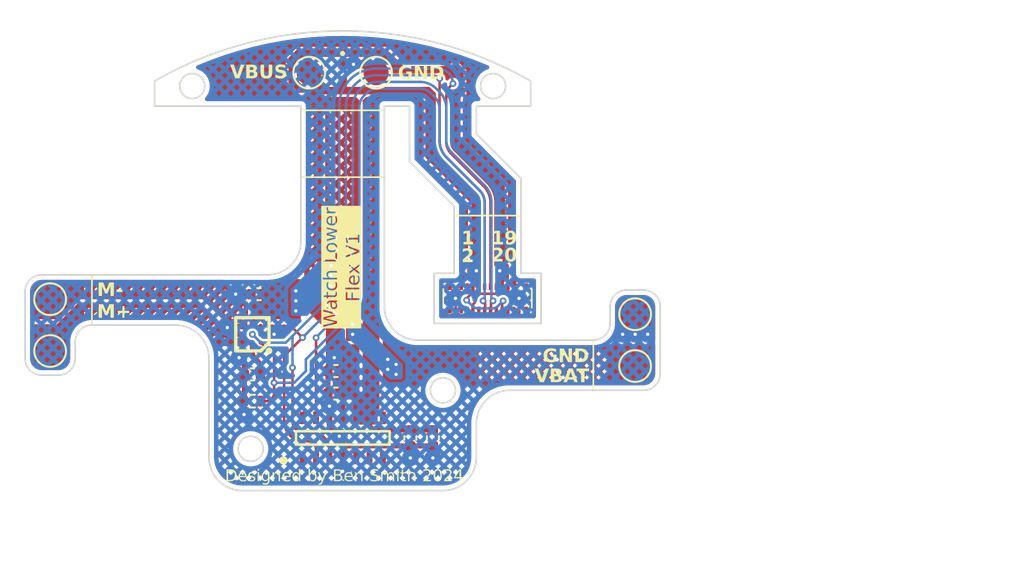
<source format=kicad_pcb>
(kicad_pcb (version 20221018) (generator pcbnew)
  (layers (0 "F.Cu" signal) (31 "B.Cu" power) (34 "B.Paste" user) (35 "F.Paste" user) (36 "B.SilkS" user "B.Silkscreen") (37 "F.SilkS" user "F.Silkscreen") (38 "B.Mask" user) (39 "F.Mask" user) (44 "Edge.Cuts" user))
  (net 0 "")
  (net 1 "+3V3")
  (net 2 "GND")
  (net 3 "+1V8")
  (net 4 "/REG")
  (net 5 "+VBAT")
  (net 6 "VBUS")
  (net 7 "/SCL")
  (net 8 "/LRA_EN")
  (net 9 "/SDA")
  (net 10 "/HR_INT")
  (net 15 "/M+")
  (net 16 "/M-")
  (footprint "TestPoint:TestPoint_Pad_D1.5mm" (layer "F.Cu") (at 107.5 54.35)
    (fp_text reference "TP4" hide)
    (fp_text value "1.5mm" hide)
    (pad "1" smd circle locked (at 0 0) (size 1.5 1.5) (layers "F.Cu" "F.Mask") (net 2 "GND"))
  )
  (footprint "TestPoint:TestPoint_Pad_D1.5mm" (layer "F.Cu") (at 88 71)
    (fp_text reference "TP5" hide)
    (fp_text value "1.5mm" hide)
    (pad "1" smd circle locked (at 0 0) (size 1.5 1.5) (layers "F.Cu" "F.Mask") (net 15 "/M+"))
  )
  (footprint "watch_footprints:TPD1E10B06DPYR" (layer "F.Cu") (at 105.5 54.35 -90)
    (fp_text reference "D1" hide)
    (fp_text value "TPD1E10B06DPYR" hide)
    (pad "1" smd rect locked (at -0.5 0) (size 0.5 0.6) (layers "F.Cu" "F.Paste" "F.Mask") (net 2 "GND"))
    (pad "2" smd rect locked (at 0.5 0) (size 0.5 0.6) (layers "F.Cu" "F.Paste" "F.Mask") (net 6 "VBUS"))
  )
  (footprint "TestPoint:TestPoint_Pad_D1.5mm" (layer "F.Cu") (at 123 68.8)
    (fp_text reference "TP2" hide)
    (fp_text value "1.5mm" hide)
    (pad "1" smd circle locked (at 0 0) (size 1.5 1.5) (layers "F.Cu" "F.Mask") (net 2 "GND"))
  )
  (footprint "Capacitor_SMD:C_0402_1005Metric" (layer "F.Cu") (at 100.1 72.4 180)
    (fp_text reference "C5" hide)
    (fp_text value "1u" hide)
    (pad "1" smd roundrect locked (at -0.48 0 180) (size 0.56 0.62) (layers "F.Cu" "F.Paste" "F.Mask") (net 4 "/REG"))
    (pad "2" smd roundrect locked (at 0.48 0 180) (size 0.56 0.62) (layers "F.Cu" "F.Paste" "F.Mask") (net 2 "GND"))
  )
  (footprint "watch_footprints:BGA9C50P3X3_144X144X62" (layer "F.Cu") (at 100.1 70 180)
    (fp_text reference "U2" hide)
    (fp_text value "DRV2605LYZFR" hide)
    (pad "A1" smd circle locked (at -0.5 -0.5 270) (size 0.25 0.25) (layers "F.Cu" "F.Paste" "F.Mask") (net 8 "/LRA_EN"))
    (pad "A2" smd circle locked (at 0 -0.5 270) (size 0.25 0.25) (layers "F.Cu" "F.Paste" "F.Mask") (net 4 "/REG"))
    (pad "A3" smd circle locked (at 0.5 -0.5 270) (size 0.25 0.25) (layers "F.Cu" "F.Paste" "F.Mask") (net 15 "/M+"))
    (pad "B1" smd circle locked (at -0.5 0 270) (size 0.25 0.25) (layers "F.Cu" "F.Paste" "F.Mask") (net 2 "GND"))
    (pad "B2" smd circle locked (at 0 0 270) (size 0.25 0.25) (layers "F.Cu" "F.Paste" "F.Mask") (net 9 "/SDA"))
    (pad "B3" smd circle locked (at 0.5 0 270) (size 0.25 0.25) (layers "F.Cu" "F.Paste" "F.Mask") (net 2 "GND"))
    (pad "C1" smd circle locked (at -0.5 0.5 270) (size 0.25 0.25) (layers "F.Cu" "F.Paste" "F.Mask") (net 7 "/SCL"))
    (pad "C2" smd circle locked (at 0 0.5 270) (size 0.25 0.25) (layers "F.Cu" "F.Paste" "F.Mask") (net 5 "+VBAT"))
    (pad "C3" smd circle locked (at 0.5 0.5 270) (size 0.25 0.25) (layers "F.Cu" "F.Paste" "F.Mask") (net 16 "/M-"))
  )
  (footprint "Capacitor_SMD:C_0402_1005Metric" (layer "F.Cu") (at 109.55 76.2 -90)
    (fp_text reference "C2" hide)
    (fp_text value "100n" hide)
    (pad "1" smd roundrect locked (at -0.48 0 270) (size 0.56 0.62) (layers "F.Cu" "F.Paste" "F.Mask") (net 1 "+3V3"))
    (pad "2" smd roundrect locked (at 0.48 0 270) (size 0.56 0.62) (layers "F.Cu" "F.Paste" "F.Mask") (net 2 "GND"))
  )
  (footprint "Capacitor_SMD:C_0402_1005Metric" (layer "F.Cu") (at 105.1 72.2 180)
    (fp_text reference "C3" hide)
    (fp_text value "4u7" hide)
    (pad "1" smd roundrect locked (at -0.48 0 180) (size 0.56 0.62) (layers "F.Cu" "F.Paste" "F.Mask") (net 3 "+1V8"))
    (pad "2" smd roundrect locked (at 0.48 0 180) (size 0.56 0.62) (layers "F.Cu" "F.Paste" "F.Mask") (net 2 "GND"))
  )
  (footprint "Resistor_SMD:R_0402_1005Metric" (layer "F.Cu") (at 100.1 74 180)
    (fp_text reference "R1" hide)
    (fp_text value "10k" hide)
    (pad "1" smd roundrect locked (at -0.51 0 180) (size 0.54 0.64) (layers "F.Cu" "F.Paste" "F.Mask") (net 8 "/LRA_EN"))
    (pad "2" smd roundrect locked (at 0.51 0 180) (size 0.54 0.64) (layers "F.Cu" "F.Paste" "F.Mask") (net 2 "GND"))
  )
  (footprint "watch_footprints:AXG220144" (layer "F.Cu") (at 114.17 67.85)
    (fp_text reference "J1" hide)
    (fp_text value "AXG220144" hide)
    (pad "1" smd rect locked (at -1.575 -0.7) (size 0.2 0.4) (layers "F.Cu" "F.Paste" "F.Mask") (net 1 "+3V3"))
    (pad "2" smd rect locked (at -1.575 0.7) (size 0.2 0.4) (layers "F.Cu" "F.Paste" "F.Mask"))
    (pad "3" smd rect locked (at -1.225 -0.7) (size 0.2 0.4) (layers "F.Cu" "F.Paste" "F.Mask") (net 2 "GND"))
    (pad "4" smd rect locked (at -1.225 0.7) (size 0.2 0.4) (layers "F.Cu" "F.Paste" "F.Mask") (net 2 "GND"))
    (pad "5" smd rect locked (at -0.875 -0.7) (size 0.2 0.4) (layers "F.Cu" "F.Paste" "F.Mask") (net 6 "VBUS"))
    (pad "6" smd rect locked (at -0.875 0.7) (size 0.2 0.4) (layers "F.Cu" "F.Paste" "F.Mask") (net 5 "+VBAT"))
    (pad "7" smd rect locked (at -0.525 -0.7) (size 0.2 0.4) (layers "F.Cu" "F.Paste" "F.Mask") (net 2 "GND"))
    (pad "8" smd rect locked (at -0.525 0.7) (size 0.2 0.4) (layers "F.Cu" "F.Paste" "F.Mask") (net 2 "GND"))
    (pad "9" smd rect locked (at -0.175 -0.7) (size 0.2 0.4) (layers "F.Cu" "F.Paste" "F.Mask") (net 7 "/SCL"))
    (pad "10" smd rect locked (at -0.175 0.7) (size 0.2 0.4) (layers "F.Cu" "F.Paste" "F.Mask") (net 8 "/LRA_EN"))
    (pad "11" smd rect locked (at 0.175 -0.7) (size 0.2 0.4) (layers "F.Cu" "F.Paste" "F.Mask") (net 9 "/SDA"))
    (pad "12" smd rect locked (at 0.175 0.7) (size 0.2 0.4) (layers "F.Cu" "F.Paste" "F.Mask") (net 10 "/HR_INT"))
    (pad "13" smd rect locked (at 0.525 -0.7) (size 0.2 0.4) (layers "F.Cu" "F.Paste" "F.Mask") (net 2 "GND"))
    (pad "14" smd rect locked (at 0.525 0.7) (size 0.2 0.4) (layers "F.Cu" "F.Paste" "F.Mask") (net 2 "GND"))
    (pad "15" smd rect locked (at 0.875 -0.7) (size 0.2 0.4) (layers "F.Cu" "F.Paste" "F.Mask") (net 5 "+VBAT"))
    (pad "16" smd rect locked (at 0.875 0.7) (size 0.2 0.4) (layers "F.Cu" "F.Paste" "F.Mask") (net 6 "VBUS"))
    (pad "17" smd rect locked (at 1.225 -0.7) (size 0.2 0.4) (layers "F.Cu" "F.Paste" "F.Mask") (net 2 "GND"))
    (pad "18" smd rect locked (at 1.225 0.7) (size 0.2 0.4) (layers "F.Cu" "F.Paste" "F.Mask") (net 2 "GND"))
    (pad "19" smd rect locked (at 1.575 -0.7) (size 0.2 0.4) (layers "F.Cu" "F.Paste" "F.Mask") (net 3 "+1V8"))
    (pad "20" smd rect locked (at 1.575 0.7) (size 0.2 0.4) (layers "F.Cu" "F.Paste" "F.Mask"))
    (pad "MP1" smd rect locked (at -2.275 -0.7) (size 0.28 0.4) (layers "F.Cu" "F.Paste" "F.Mask"))
    (pad "MP2" smd rect locked (at -2.275 0.7) (size 0.28 0.4) (layers "F.Cu" "F.Paste" "F.Mask"))
    (pad "MP3" smd rect locked (at 2.275 0.7) (size 0.28 0.4) (layers "F.Cu" "F.Paste" "F.Mask"))
    (pad "MP4" smd rect locked (at 2.275 -0.7) (size 0.28 0.4) (layers "F.Cu" "F.Paste" "F.Mask"))
  )
  (footprint "watch_footprints:Watch Lower Outline V1" (layer "F.Cu") (at 105.5 67.35)
    (fp_text reference "U101" hide)
    (fp_text value "Watch_Lower_Outline_V1")
    (fp_line (start -18.999994 0.093756) (end -18.999994 4.093756) (stroke (width 0.1)) (layer "Edge.Cuts"))
    (fp_line (start -17.999994 5.093756) (end -16.999994 5.093756) (stroke (width 0.1)) (layer "Edge.Cuts"))
    (fp_line (start -16 3.09375) (end -16 4.09375) (stroke (width 0.1)) (layer "Edge.Cuts"))
    (fp_line (start -15 -0.90625) (end -17.999994 -0.906244) (stroke (width 0.1)) (layer "Edge.Cuts"))
    (fp_line (start -15 2.09375) (end -10 2.09375) (stroke (width 0.1)) (layer "Edge.Cuts"))
    (fp_line (start -11.25 -12.5) (end -11.25 -11) (stroke (width 0.1)) (layer "Edge.Cuts"))
    (fp_line (start -11.25 -11) (end -2.5 -11) (stroke (width 0.1)) (layer "Edge.Cuts"))
    (fp_line (start -8 4.09375) (end -8 10) (stroke (width 0.1)) (layer "Edge.Cuts"))
    (fp_line (start -6 12) (end 6 12) (stroke (width 0.1)) (layer "Edge.Cuts"))
    (fp_line (start -4.5 -0.90625) (end -15 -0.90625) (stroke (width 0.1)) (layer "Edge.Cuts"))
    (fp_line (start -2.5 -11) (end -2.5 -7) (stroke (width 0.1)) (layer "Edge.Cuts"))
    (fp_line (start -2.5 -7) (end -2.5 -2.90625) (stroke (width 0.1)) (layer "Edge.Cuts"))
    (fp_line (start 2.5 -7) (end 2.5 -11) (stroke (width 0.1)) (layer "Edge.Cuts"))
    (fp_line (start 2.5 1) (end 2.5 -7) (stroke (width 0.1)) (layer "Edge.Cuts"))
    (fp_line (start 4 -11) (end 2.5 -11) (stroke (width 0.1)) (layer "Edge.Cuts"))
    (fp_line (start 4 -11) (end 4 -9.343146) (stroke (width 0.1)) (layer "Edge.Cuts"))
    (fp_line (start 4 -9.343146) (end 4 -7.686291) (stroke (width 0.1)) (layer "Edge.Cuts"))
    (fp_line (start 4 -7.686291) (end 6.67 -5.016291) (stroke (width 0.1)) (layer "Edge.Cuts"))
    (fp_line (start 5.47 -1) (end 5.47 2) (stroke (width 0.1)) (layer "Edge.Cuts"))
    (fp_line (start 5.47 2) (end 11.87 2) (stroke (width 0.1)) (layer "Edge.Cuts"))
    (fp_line (start 6.67 -5.016291) (end 6.67 -2) (stroke (width 0.1)) (layer "Edge.Cuts"))
    (fp_line (start 6.67 -2) (end 6.67 -1) (stroke (width 0.1)) (layer "Edge.Cuts"))
    (fp_line (start 6.67 -1) (end 5.47 -1) (stroke (width 0.1)) (layer "Edge.Cuts"))
    (fp_line (start 8 -11) (end 11.25 -11) (stroke (width 0.1)) (layer "Edge.Cuts"))
    (fp_line (start 8 -9.343146) (end 8 -11) (stroke (width 0.1)) (layer "Edge.Cuts"))
    (fp_line (start 8 10) (end 8 8) (stroke (width 0.1)) (layer "Edge.Cuts"))
    (fp_line (start 10 6) (end 15 6) (stroke (width 0.1)) (layer "Edge.Cuts"))
    (fp_line (start 10.67 -6.673146) (end 8 -9.343146) (stroke (width 0.1)) (layer "Edge.Cuts"))
    (fp_line (start 10.67 -5.016291) (end 10.67 -6.673146) (stroke (width 0.1)) (layer "Edge.Cuts"))
    (fp_line (start 10.67 -2) (end 10.67 -5.016291) (stroke (width 0.1)) (layer "Edge.Cuts"))
    (fp_line (start 10.67 -1) (end 10.67 -2) (stroke (width 0.1)) (layer "Edge.Cuts"))
    (fp_line (start 11.25 -11) (end 11.25 -12.5) (stroke (width 0.1)) (layer "Edge.Cuts"))
    (fp_line (start 11.87 -1) (end 10.67 -1) (stroke (width 0.1)) (layer "Edge.Cuts"))
    (fp_line (start 11.87 2) (end 11.87 -1) (stroke (width 0.1)) (layer "Edge.Cuts"))
    (fp_line (start 15 3) (end 4.5 3) (stroke (width 0.1)) (layer "Edge.Cuts"))
    (fp_line (start 15 6) (end 18 6) (stroke (width 0.1)) (layer "Edge.Cuts"))
    (fp_line (start 16 2) (end 16 1) (stroke (width 0.1)) (layer "Edge.Cuts"))
    (fp_line (start 18 0) (end 17 0) (stroke (width 0.1)) (layer "Edge.Cuts"))
    (fp_line (start 19 1) (end 19 5) (stroke (width 0.1)) (layer "Edge.Cuts"))
    (fp_arc (start -18.999994 0.093756) (mid -18.707103 -0.613353) (end -17.999994 -0.906244) (stroke (width 0.1)) (layer "Edge.Cuts"))
    (fp_arc (start -17.999994 5.093756) (mid -18.707079 4.800841) (end -18.999994 4.093756) (stroke (width 0.1)) (layer "Edge.Cuts"))
    (fp_arc (start -16 3.09375) (mid -15.707109 2.386641) (end -15 2.09375) (stroke (width 0.1)) (layer "Edge.Cuts"))
    (fp_arc (start -15.999994 4.093756) (mid -16.292909 4.800841) (end -16.999994 5.093756) (stroke (width 0.1)) (layer "Edge.Cuts"))
    (fp_arc (start -11.25 -12.5) (mid 0 -15.5) (end 11.25 -12.5) (stroke (width 0.1)) (layer "Edge.Cuts"))
    (fp_arc (start -9.999953 2.093723) (mid -8.585737 2.679507) (end -7.999953 4.093723) (stroke (width 0.1)) (layer "Edge.Cuts"))
    (fp_arc (start -6 12) (mid -7.414204 11.414204) (end -8 10) (stroke (width 0.1)) (layer "Edge.Cuts"))
    (fp_arc (start -2.499973 -2.906203) (mid -3.08578 -1.49201) (end -4.499973 -0.906203) (stroke (width 0.1)) (layer "Edge.Cuts"))
    (fp_arc (start 4.499997 2.999923) (mid 3.085811 2.414109) (end 2.499997 0.999923) (stroke (width 0.1)) (layer "Edge.Cuts"))
    (fp_arc (start 8 10) (mid 7.414187 11.414187) (end 6 12) (stroke (width 0.1)) (layer "Edge.Cuts"))
    (fp_arc (start 8.000077 7.999997) (mid 8.585853 6.585773) (end 10.000077 5.999997) (stroke (width 0.1)) (layer "Edge.Cuts"))
    (fp_arc (start 16 1) (mid 16.292893 0.292893) (end 17 0) (stroke (width 0.1)) (layer "Edge.Cuts"))
    (fp_arc (start 16 2) (mid 15.707107 2.707107) (end 15 3) (stroke (width 0.1)) (layer "Edge.Cuts"))
    (fp_arc (start 18 0) (mid 18.707107 0.292893) (end 19 1) (stroke (width 0.1)) (layer "Edge.Cuts"))
    (fp_arc (start 19 5) (mid 18.707077 5.707077) (end 18 6) (stroke (width 0.1)) (layer "Edge.Cuts"))
    (fp_circle (center -9 -12.2) (end -8.25 -12.2) (stroke (width 0.1)) (fill none) (layer "Edge.Cuts"))
    (fp_circle (center 9 -12.2) (end 9.75 -12.2) (stroke (width 0.1)) (fill none) (layer "Edge.Cuts"))
  )
  (footprint "TestPoint:TestPoint_Pad_D1.5mm" (layer "F.Cu") (at 123 71.9)
    (fp_text reference "TP1" hide)
    (fp_text value "1.5mm" hide)
    (pad "1" smd circle locked (at 0 0) (size 1.5 1.5) (layers "F.Cu" "F.Mask") (net 5 "+VBAT"))
  )
  (footprint "Capacitor_SMD:C_0402_1005Metric" (layer "F.Cu") (at 100.5 67.6 180)
    (fp_text reference "C6" hide)
    (fp_text value "1u" hide)
    (pad "1" smd roundrect locked (at -0.48 0 180) (size 0.56 0.62) (layers "F.Cu" "F.Paste" "F.Mask") (net 5 "+VBAT"))
    (pad "2" smd roundrect locked (at 0.48 0 180) (size 0.56 0.62) (layers "F.Cu" "F.Paste" "F.Mask") (net 2 "GND"))
  )
  (footprint "watch_footprints:MAX30102EFD+T" (layer "F.Cu") (at 105.51 76.2 90)
    (fp_text reference "U1" hide)
    (fp_text value "Val**" hide)
    (pad "1" smd rect locked (at -1.2 -2.4 90) (size 0.75 0.35) (layers "F.Cu" "F.Paste" "F.Mask"))
    (pad "2" smd rect locked (at -1.2 -1.6 90) (size 0.75 0.35) (layers "F.Cu" "F.Paste" "F.Mask") (net 7 "/SCL"))
    (pad "3" smd rect locked (at -1.2 -0.8 90) (size 0.75 0.35) (layers "F.Cu" "F.Paste" "F.Mask") (net 9 "/SDA"))
    (pad "4" smd rect locked (at -1.2 0 90) (size 0.75 0.35) (layers "F.Cu" "F.Paste" "F.Mask") (net 2 "GND"))
    (pad "5" smd rect locked (at -1.2 0.8 90) (size 0.75 0.35) (layers "F.Cu" "F.Paste" "F.Mask"))
    (pad "6" smd rect locked (at -1.2 1.6 90) (size 0.75 0.35) (layers "F.Cu" "F.Paste" "F.Mask"))
    (pad "7" smd rect locked (at -1.2 2.4 90) (size 0.75 0.35) (layers "F.Cu" "F.Paste" "F.Mask"))
    (pad "8" smd rect locked (at 1.2 2.4 90) (size 0.75 0.35) (layers "F.Cu" "F.Paste" "F.Mask"))
    (pad "9" smd rect locked (at 1.2 1.6 90) (size 0.75 0.35) (layers "F.Cu" "F.Paste" "F.Mask") (net 1 "+3V3"))
    (pad "10" smd rect locked (at 1.2 0.8 90) (size 0.75 0.35) (layers "F.Cu" "F.Paste" "F.Mask") (net 1 "+3V3"))
    (pad "11" smd rect locked (at 1.2 0 90) (size 0.75 0.35) (layers "F.Cu" "F.Paste" "F.Mask") (net 3 "+1V8"))
    (pad "12" smd rect locked (at 1.2 -0.8 90) (size 0.75 0.35) (layers "F.Cu" "F.Paste" "F.Mask") (net 2 "GND"))
    (pad "13" smd rect locked (at 1.2 -1.6 90) (size 0.75 0.35) (layers "F.Cu" "F.Paste" "F.Mask") (net 10 "/HR_INT"))
    (pad "14" smd rect locked (at 1.2 -2.4 90) (size 0.75 0.35) (layers "F.Cu" "F.Paste" "F.Mask"))
  )
  (footprint "TestPoint:TestPoint_Pad_D1.5mm" (layer "F.Cu") (at 103.5 54.35)
    (fp_text reference "TP3" hide)
    (fp_text value "1.5mm" hide)
    (pad "1" smd circle locked (at 0 0) (size 1.5 1.5) (layers "F.Cu" "F.Mask") (net 6 "VBUS"))
  )
  (footprint "Capacitor_SMD:C_0402_1005Metric" (layer "F.Cu") (at 110.9 76.2 -90)
    (fp_text reference "C1" hide)
    (fp_text value "10u" hide)
    (pad "1" smd roundrect locked (at -0.48 0 270) (size 0.56 0.62) (layers "F.Cu" "F.Paste" "F.Mask") (net 1 "+3V3"))
    (pad "2" smd roundrect locked (at 0.48 0 270) (size 0.56 0.62) (layers "F.Cu" "F.Paste" "F.Mask") (net 2 "GND"))
  )
  (footprint "Capacitor_SMD:C_0402_1005Metric" (layer "F.Cu") (at 105.1 73.55 180)
    (fp_text reference "C4" hide)
    (fp_text value "100n" hide)
    (pad "1" smd roundrect locked (at -0.48 0 180) (size 0.56 0.62) (layers "F.Cu" "F.Paste" "F.Mask") (net 3 "+1V8"))
    (pad "2" smd roundrect locked (at 0.48 0 180) (size 0.56 0.62) (layers "F.Cu" "F.Paste" "F.Mask") (net 2 "GND"))
  )
  (footprint "TestPoint:TestPoint_Pad_D1.5mm" (layer "F.Cu") (at 88 67.9)
    (fp_text reference "TP6" hide)
    (fp_text value "1.5mm" hide)
    (pad "1" smd circle locked (at 0 0) (size 1.5 1.5) (layers "F.Cu" "F.Mask") (net 16 "/M-"))
  )
  (gr_line locked (start 112.2 62.9) (end 116.1 62.9) (stroke (width 0.1)) (layer "F.SilkS"))
  (gr_line locked (start 120.5 73.35) (end 120.5 70.35) (stroke (width 0.1)) (layer "F.SilkS"))
  (gr_line locked (start 90.5 69.45) (end 90.5 66.45) (stroke (width 0.1)) (layer "F.SilkS"))
  (gr_line locked (start 103 56.6) (end 108 56.6) (stroke (width 0.1)) (layer "F.SilkS"))
  (gr_line locked (start 103 60.6) (end 108 60.6) (stroke (width 0.1)) (layer "F.SilkS"))
  (gr_circle locked (center 100 76.85) (end 100.75 76.85) (stroke (width 0.1)) (fill none) (layer "Edge.Cuts"))
  (gr_circle locked (center 111.5 73.35) (end 112.25 73.35) (stroke (width 0.1)) (fill none) (layer "Edge.Cuts"))
  (gr_text locked "19" (at 115.17 64.29) (layer "F.SilkS") (effects (font (size 0.8 0.8) (thickness 0.2) bold)))
  (gr_text locked "GND" (at 120.25 71.8) (layer "F.SilkS") (effects (font (size 0.8 0.8) (thickness 0.2) bold) (justify right bottom)))
  (gr_text locked "1" (at 112.99 64.29) (layer "F.SilkS") (effects (font (size 0.8 0.8) (thickness 0.2) bold)))
  (gr_text locked "2" (at 112.99 65.35) (layer "F.SilkS") (effects (font (size 0.8 0.8) (thickness 0.2) bold)))
  (gr_text locked "M+" (at 90.8 69.15) (layer "F.SilkS") (effects (font (size 0.8 0.8) (thickness 0.2) bold) (justify left bottom)))
  (gr_text locked "GND" (at 108.8 54.4) (layer "F.SilkS") (effects (font (size 0.8 0.8) (thickness 0.2) bold) (justify left)))
  (gr_text locked "20" (at 115.17 65.31) (layer "F.SilkS") (effects (font (size 0.8 0.8) (thickness 0.2) bold)))
  (gr_text locked "Designed by Ben Smith 2024" (at 105.6 78.5) (layer "F.SilkS") (effects (font (size 0.7 0.7))))
  (gr_text locked "M-" (at 90.8 67.85) (layer "F.SilkS") (effects (font (size 0.8 0.8) (thickness 0.2) bold) (justify left bottom)))
  (gr_text locked "VBAT" (at 120.25 73) (layer "F.SilkS") (effects (font (size 0.8 0.8) (thickness 0.2) bold) (justify right bottom)))
  (gr_text locked "VBUS" (at 102.2 54.35) (layer "F.SilkS") (effects (font (size 0.8 0.8) (thickness 0.2) bold) (justify right)))
  (gr_text locked "Watch Lower\nFlex V1" (at 105.5 66 90) (layer "F.SilkS" knockout) (effects (font (size 0.8 0.8))))
  (segment locked (start 106.31 75) (end 107.11 75) (width 0.3) (layer "F.Cu") (net 1))
  (segment locked (start 110.9 75.72) (end 109.7 75.72) (width 0.3) (layer "F.Cu") (net 1))
  (segment locked (start 107.168579 75.568579) (end 107.261422 75.661422) (width 0.3) (layer "F.Cu") (net 1))
  (segment locked (start 107.11 75) (end 107.11 75.427157) (width 0.3) (layer "F.Cu") (net 1))
  (segment locked (start 107.402843 75.72) (end 109.7 75.72) (width 0.3) (layer "F.Cu") (net 1))
  (arc locked (start 107.168579 75.568579) (mid 107.125224 75.503694) (end 107.11 75.427157) (width 0.3) (layer "F.Cu") (net 1))
  (arc locked (start 107.261422 75.661422) (mid 107.326307 75.704776) (end 107.402843 75.72) (width 0.3) (layer "F.Cu") (net 1))
  (segment locked (start 112.483824 67.616176) (end 112.25 67.85) (width 0.1) (layer "F.Cu") (net 2))
  (segment locked (start 113.675 66.375) (end 113.5 66.2) (width 0.15) (layer "F.Cu") (net 2))
  (segment locked (start 105.51 77.4) (end 105.51 76.392843) (width 0.3) (layer "F.Cu") (net 2))
  (segment locked (start 112.945 68.55) (end 112.945 68.95) (width 0.15) (layer "F.Cu") (net 2))
  (segment locked (start 106.15 53.85) (end 106.585786 53.85) (width 0.5) (layer "F.Cu") (net 2))
  (segment locked (start 104.71 75) (end 104.71 75.427157) (width 0.3) (layer "F.Cu") (net 2))
  (segment locked (start 116.07 67.87) (end 116.05 67.85) (width 0.15) (layer "F.Cu") (net 2))
  (segment locked (start 113.445 68.975) (end 112.97 68.975) (width 0.15) (layer "F.Cu") (net 2))
  (segment locked (start 115.453579 67.558579) (end 115.686422 67.791422) (width 0.15) (layer "F.Cu") (net 2))
  (segment locked (start 105.51 76.89) (end 105.51 77.4) (width 0.3) (layer "F.Cu") (net 2))
  (segment locked (start 104.62 72.2) (end 104.62 71.987107) (width 0.3) (layer "F.Cu") (net 2))
  (segment locked (start 112.945 68.95) (end 112.92 68.975) (width 0.15) (layer "F.Cu") (net 2))
  (segment locked (start 115.395 68.95) (end 115.37 68.975) (width 0.15) (layer "F.Cu") (net 2))
  (segment locked (start 105.51 78.19) (end 105.5 78.2) (width 0.3) (layer "F.Cu") (net 2))
  (segment locked (start 99.59 74.79) (end 99.6 74.8) (width 0.3) (layer "F.Cu") (net 2))
  (segment locked (start 112.97 68.975) (end 112.945 68.95) (width 0.15) (layer "F.Cu") (net 2))
  (segment locked (start 112.70956 67.557597) (end 112.625246 67.557597) (width 0.1) (layer "F.Cu") (net 2))
  (segment locked (start 115.827843 67.85) (end 116.05 67.85) (width 0.15) (layer "F.Cu") (net 2))
  (segment locked (start 114.725 67.2) (end 114.725 66.375) (width 0.15) (layer "F.Cu") (net 2))
  (segment locked (start 99.62 73.97) (end 99.59 74) (width 0.3) (layer "F.Cu") (net 2))
  (segment locked (start 104.768579 75.568579) (end 105.3 76.1) (width 0.3) (layer "F.Cu") (net 2))
  (segment locked (start 104.766447 71.633553) (end 105 71.4) (width 0.3) (layer "F.Cu") (net 2))
  (segment locked (start 104.71 73.64) (end 104.62 73.55) (width 0.3) (layer "F.Cu") (net 2))
  (segment locked (start 112.945 67.15) (end 112.945 67.322157) (width 0.1) (layer "F.Cu") (net 2))
  (segment locked (start 114.725 66.375) (end 114.9 66.2) (width 0.15) (layer "F.Cu") (net 2))
  (segment locked (start 112.26 68.775) (end 112.26 67.86) (width 0.15) (layer "F.Cu") (net 2))
  (segment locked (start 112.886421 67.463579) (end 112.850981 67.499019) (width 0.1) (layer "F.Cu") (net 2))
  (segment locked (start 113.645 68.55) (end 113.645 68.775) (width 0.15) (layer "F.Cu") (net 2))
  (segment locked (start 115.395 68.55) (end 115.395 68.95) (width 0.15) (layer "F.Cu") (net 2))
  (segment locked (start 112.92 68.975) (end 112.46 68.975) (width 0.15) (layer "F.Cu") (net 2))
  (segment locked (start 107.292893 54.142893) (end 107.5 54.35) (width 0.5) (layer "F.Cu") (net 2))
  (segment locked (start 105.451421 76.251421) (end 105.3 76.1) (width 0.3) (layer "F.Cu") (net 2))
  (segment locked (start 105.5 53.85) (end 106.15 53.85) (width 0.5) (layer "F.Cu") (net 2))
  (segment locked (start 113.675 67.2) (end 113.675 66.375) (width 0.15) (layer "F.Cu") (net 2))
  (segment locked (start 99.62 72.4) (end 99.62 71.927107) (width 0.3) (layer "F.Cu") (net 2))
  (segment locked (start 115.37 68.975) (end 114.895 68.975) (width 0.15) (layer "F.Cu") (net 2))
  (segment locked (start 109.55 76.68) (end 109.55 77.4) (width 0.3) (layer "F.Cu") (net 2))
  (segment locked (start 105.661421 76.738579) (end 105.51 76.89) (width 0.3) (layer "F.Cu") (net 2))
  (segment locked (start 110.9 76.68) (end 110.9 77.4) (width 0.3) (layer "F.Cu") (net 2))
  (segment locked (start 98.853553 69.853553) (end 98.6 69.6) (width 0.3) (layer "F.Cu") (net 2))
  (segment locked (start 109.7 76.68) (end 105.802843 76.68) (width 0.3) (layer "F.Cu") (net 2))
  (segment locked (start 104.62 73.55) (end 104.62 72.2) (width 0.3) (layer "F.Cu") (net 2))
  (segment locked (start 112.26 67.86) (end 112.25 67.85) (width 0.15) (layer "F.Cu") (net 2))
  (segment locked (start 99.62 72.4) (end 99.62 73.97) (width 0.3) (layer "F.Cu") (net 2))
  (segment locked (start 115.395 68.95) (end 115.42 68.975) (width 0.15) (layer "F.Cu") (net 2))
  (segment locked (start 99.6 70) (end 99.207107 70) (width 0.3) (layer "F.Cu") (net 2))
  (segment locked (start 99.59 74) (end 99.59 74.79) (width 0.3) (layer "F.Cu") (net 2))
  (segment locked (start 100.02 67.6) (end 99.1 67.6) (width 0.3) (layer "F.Cu") (net 2))
  (segment locked (start 100.6 70) (end 101.4 70) (width 0.3) (layer "F.Cu") (net 2))
  (segment locked (start 115.42 68.975) (end 115.87 68.975) (width 0.15) (layer "F.Cu") (net 2))
  (segment locked (start 104.71 75) (end 104.71 73.64) (width 0.3) (layer "F.Cu") (net 2))
  (segment locked (start 99.473553 71.573553) (end 99.3 71.4) (width 0.3) (layer "F.Cu") (net 2))
  (segment locked (start 109.7 76.68) (end 110.9 76.68) (width 0.3) (layer "F.Cu") (net 2))
  (segment locked (start 114.695 68.775) (end 114.695 68.55) (width 0.15) (layer "F.Cu") (net 2))
  (segment locked (start 105.51 77.4) (end 105.51 78.19) (width 0.3) (layer "F.Cu") (net 2))
  (segment locked (start 115.395 67.15) (end 115.395 67.417157) (width 0.15) (layer "F.Cu") (net 2))
  (segment locked (start 116.07 68.775) (end 116.07 67.87) (width 0.15) (layer "F.Cu") (net 2))
  (via locked (at 123 70) (size 0.4) (drill 0.2) (layers "F.Cu" "B.Cu") (net 2))
  (via locked (at 101.4 70) (size 0.4) (drill 0.2) (layers "F.Cu" "B.Cu") (net 2))
  (via locked (at 109.55 77.4) (size 0.4) (drill 0.2) (layers "F.Cu" "B.Cu") (net 2))
  (via locked (at 112.25 67.85) (size 0.4) (drill 0.2) (layers "F.Cu" "B.Cu") (net 2))
  (via locked (at 104.71 74.3) (size 0.4) (drill 0.2) (layers "F.Cu" "B.Cu") (net 2))
  (via locked (at 105 71.4) (size 0.4) (drill 0.2) (layers "F.Cu" "B.Cu") (net 2))
  (via locked (at 113.5 66.2) (size 0.4) (drill 0.2) (layers "F.Cu" "B.Cu") (net 2))
  (via locked (at 123.75 70) (size 0.4) (drill 0.2) (layers "F.Cu" "B.Cu") (net 2))
  (via locked (at 98.6 69.6) (size 0.4) (drill 0.2) (layers "F.Cu" "B.Cu") (net 2))
  (via locked (at 99.1 67.6) (size 0.4) (drill 0.2) (layers "F.Cu" "B.Cu") (net 2))
  (via locked (at 105.5 78.2) (size 0.4) (drill 0.2) (layers "F.Cu" "B.Cu") (net 2))
  (via locked (at 114.9 66.2) (size 0.4) (drill 0.2) (layers "F.Cu" "B.Cu") (net 2))
  (via locked (at 122.25 70) (size 0.4) (drill 0.2) (layers "F.Cu" "B.Cu") (net 2))
  (via locked (at 99.3 71.4) (size 0.4) (drill 0.2) (layers "F.Cu" "B.Cu") (net 2))
  (via locked (at 99.6 74.8) (size 0.4) (drill 0.2) (layers "F.Cu" "B.Cu") (net 2))
  (via locked (at 110.9 77.4) (size 0.4) (drill 0.2) (layers "F.Cu" "B.Cu") (net 2))
  (via locked (at 116.05 67.85) (size 0.4) (drill 0.2) (layers "F.Cu" "B.Cu") (net 2))
  (via locked (at 105.3 76.1) (size 0.4) (drill 0.2) (layers "F.Cu" "B.Cu") (net 2))
  (via locked (at 106.15 53.85) (size 0.4) (drill 0.2) (layers "F.Cu" "B.Cu") (net 2))
  (arc locked (start 112.850981 67.499019) (mid 112.786096 67.542373) (end 112.70956 67.557597) (width 0.1) (layer "F.Cu") (net 2))
  (arc locked (start 112.46 68.975) (mid 112.318579 68.916421) (end 112.26 68.775) (width 0.15) (layer "F.Cu") (net 2))
  (arc locked (start 112.945 67.322157) (mid 112.929776 67.398694) (end 112.886421 67.463579) (width 0.1) (layer "F.Cu") (net 2))
  (arc locked (start 114.695 68.775) (mid 114.753579 68.916421) (end 114.895 68.975) (width 0.15) (layer "F.Cu") (net 2))
  (arc locked (start 105.451421 76.251421) (mid 105.494776 76.316306) (end 105.51 76.392843) (width 0.3) (layer "F.Cu") (net 2))
  (arc locked (start 99.207107 70) (mid 99.015765 69.96194) (end 98.853553 69.853553) (width 0.3) (layer "F.Cu") (net 2))
  (arc locked (start 112.483824 67.616176) (mid 112.548709 67.572821) (end 112.625246 67.557597) (width 0.1) (layer "F.Cu") (net 2))
  (arc locked (start 106.585786 53.85) (mid 106.968469 53.92612) (end 107.292893 54.142893) (width 0.5) (layer "F.Cu") (net 2))
  (arc locked (start 115.395 67.417157) (mid 115.410224 67.493694) (end 115.453579 67.558579) (width 0.15) (layer "F.Cu") (net 2))
  (arc locked (start 105.802843 76.68) (mid 105.726306 76.695224) (end 105.661421 76.738579) (width 0.3) (layer "F.Cu") (net 2))
  (arc locked (start 104.71 75.427157) (mid 104.725224 75.503694) (end 104.768579 75.568579) (width 0.3) (layer "F.Cu") (net 2))
  (arc locked (start 115.87 68.975) (mid 116.011421 68.916421) (end 116.07 68.775) (width 0.15) (layer "F.Cu") (net 2))
  (arc locked (start 104.766447 71.633553) (mid 104.65806 71.795765) (end 104.62 71.987107) (width 0.3) (layer "F.Cu") (net 2))
  (arc locked (start 113.445 68.975) (mid 113.586421 68.916421) (end 113.645 68.775) (width 0.15) (layer "F.Cu") (net 2))
  (arc locked (start 99.62 71.927107) (mid 99.58194 71.735765) (end 99.473553 71.573553) (width 0.3) (layer "F.Cu") (net 2))
  (arc locked (start 115.686422 67.791422) (mid 115.751307 67.834776) (end 115.827843 67.85) (width 0.15) (layer "F.Cu") (net 2))
  (segment locked (start 105.58 73.55) (end 105.58 72.2) (width 0.3) (layer "F.Cu") (net 3))
  (segment locked (start 105.51 73.62) (end 105.58 73.55) (width 0.3) (layer "F.Cu") (net 3))
  (segment locked (start 105.51 75) (end 105.51 73.62) (width 0.3) (layer "F.Cu") (net 3))
  (segment locked (start 100.246447 71.446447) (end 100.433554 71.633554) (width 0.3) (layer "F.Cu") (net 4))
  (segment locked (start 100.1 70.5) (end 100.1 71.092893) (width 0.3) (layer "F.Cu") (net 4))
  (segment locked (start 100.58 71.987107) (end 100.58 72.4) (width 0.3) (layer "F.Cu") (net 4))
  (arc locked (start 100.1 71.092893) (mid 100.13806 71.284235) (end 100.246447 71.446447) (width 0.3) (layer "F.Cu") (net 4))
  (arc locked (start 100.58 71.987107) (mid 100.54194 71.795766) (end 100.433554 71.633554) (width 0.3) (layer "F.Cu") (net 4))
  (segment locked (start 100.1 69.5) (end 100.1 69.307107) (width 0.3) (layer "F.Cu") (net 5))
  (segment locked (start 113.391421 68.108579) (end 113.353578 68.146422) (width 0.15) (layer "F.Cu") (net 5))
  (segment locked (start 113.295 68.287843) (end 113.295 68.55) (width 0.15) (layer "F.Cu") (net 5))
  (segment locked (start 113.45 67.832843) (end 113.45 67.967157) (width 0.15) (layer "F.Cu") (net 5))
  (segment locked (start 114.845 67.575) (end 113.707843 67.575) (width 0.15) (layer "F.Cu") (net 5))
  (segment locked (start 100.98 68.012893) (end 100.98 67.6) (width 0.3) (layer "F.Cu") (net 5))
  (segment locked (start 115.045 67.15) (end 115.045 67.375) (width 0.15) (layer "F.Cu") (net 5))
  (segment locked (start 100.246447 68.953553) (end 100.833554 68.366446) (width 0.3) (layer "F.Cu") (net 5))
  (segment locked (start 113.566421 67.633579) (end 113.508578 67.691422) (width 0.15) (layer "F.Cu") (net 5))
  (via locked (at 102.7 68.6) (size 0.4) (drill 0.2) (layers "F.Cu" "B.Cu") (net 5))
  (via locked (at 106.1 69.4) (size 0.4) (drill 0.2) (layers "F.Cu" "B.Cu") (net 5))
  (via locked (at 104.8 65.9) (size 0.4) (drill 0.2) (layers "F.Cu" "B.Cu") (net 5))
  (via locked (at 104.8 67.1) (size 0.4) (drill 0.2) (layers "F.Cu" "B.Cu") (net 5))
  (via locked (at 108.7 71.8) (size 0.4) (drill 0.2) (layers "F.Cu" "B.Cu") (net 5))
  (via locked (at 102.7 67.4) (size 0.4) (drill 0.2) (layers "F.Cu" "B.Cu") (net 5))
  (via locked (at 102.7 68) (size 0.4) (drill 0.2) (layers "F.Cu" "B.Cu") (net 5))
  (via locked (at 108.2 72.1) (size 0.4) (drill 0.2) (layers "F.Cu" "B.Cu") (net 5))
  (via locked (at 104.8 66.5) (size 0.4) (drill 0.2) (layers "F.Cu" "B.Cu") (net 5))
  (via locked (at 108.2 71.5) (size 0.4) (drill 0.2) (layers "F.Cu" "B.Cu") (net 5))
  (via locked (at 106.1 70) (size 0.4) (drill 0.2) (layers "F.Cu" "B.Cu") (net 5))
  (via locked (at 108.7 72.4) (size 0.4) (drill 0.2) (layers "F.Cu" "B.Cu") (net 5))
  (arc locked (start 113.45 67.967157) (mid 113.434776 68.043694) (end 113.391421 68.108579) (width 0.15) (layer "F.Cu") (net 5))
  (arc locked (start 114.845 67.575) (mid 114.986421 67.516421) (end 115.045 67.375) (width 0.15) (layer "F.Cu") (net 5))
  (arc locked (start 113.353578 68.146422) (mid 113.310224 68.211307) (end 113.295 68.287843) (width 0.15) (layer "F.Cu") (net 5))
  (arc locked (start 113.707843 67.575) (mid 113.631306 67.590224) (end 113.566421 67.633579) (width 0.15) (layer "F.Cu") (net 5))
  (arc locked (start 113.45 67.832843) (mid 113.465224 67.756307) (end 113.508578 67.691422) (width 0.15) (layer "F.Cu") (net 5))
  (arc locked (start 100.98 68.012893) (mid 100.94194 68.204234) (end 100.833554 68.366446) (width 0.3) (layer "F.Cu") (net 5))
  (arc locked (start 100.1 69.307107) (mid 100.13806 69.115765) (end 100.246447 68.953553) (width 0.3) (layer "F.Cu") (net 5))
  (segment locked (start 115.045 68.55) (end 115.045 68.055) (width 0.15) (layer "F.Cu") (net 6))
  (segment locked (start 115.045 68.055) (end 115.1 68) (width 0.15) (layer "F.Cu") (net 6))
  (segment locked (start 113.295 67.397893) (end 113.295 67.15) (width 0.15) (layer "F.Cu") (net 6))
  (segment locked (start 112.916606 67.85913) (end 113.236422 67.539314) (width 0.15) (layer "F.Cu") (net 6))
  (segment locked (start 112.916606 67.957597) (end 112.916606 67.85913) (width 0.15) (layer "F.Cu") (net 6))
  (via locked (at 115.1 68) (size 0.4) (drill 0.2) (layers "F.Cu" "B.Cu") (net 6))
  (via locked (at 112.916606 67.957597) (size 0.4) (drill 0.2) (layers "F.Cu" "B.Cu") (net 6))
  (arc locked (start 113.295 67.397893) (mid 113.279776 67.474429) (end 113.236422 67.539314) (width 0.15) (layer "F.Cu") (net 6))
  (segment locked (start 113.616116 68.45) (end 114.443934 68.45) (width 0.15) (layer "B.Cu") (net 6))
  (segment locked (start 115.1 68.001041) (end 115.1 68) (width 0.15) (layer "B.Cu") (net 6))
  (segment locked (start 114.797488 68.303553) (end 115.1 68.001041) (width 0.15) (layer "B.Cu") (net 6))
  (segment locked (start 112.916606 67.957597) (end 113.262563 68.303554) (width 0.15) (layer "B.Cu") (net 6))
  (arc locked (start 114.443934 68.45) (mid 114.635276 68.41194) (end 114.797488 68.303553) (width 0.15) (layer "B.Cu") (net 6))
  (arc locked (start 113.262563 68.303554) (mid 113.424775 68.41194) (end 113.616116 68.45) (width 0.15) (layer "B.Cu") (net 6))
  (segment locked (start 102 71.3) (end 102 75.2) (width 0.15) (layer "F.Cu") (net 7))
  (segment locked (start 103.2 76.4) (end 103.41 76.4) (width 0.15) (layer "F.Cu") (net 7))
  (segment locked (start 111.3 54.7) (end 111.3 58.420101) (width 0.15) (layer "F.Cu") (net 7))
  (segment locked (start 100.6 69.5) (end 102.4 69.5) (width 0.15) (layer "F.Cu") (net 7))
  (segment locked (start 103.1 70.2) (end 102 71.3) (width 0.15) (layer "F.Cu") (net 7))
  (segment locked (start 113.995 62.109214) (end 113.995 67.15) (width 0.15) (layer "F.Cu") (net 7))
  (segment locked (start 103.91 76.9) (end 103.91 77.4) (width 0.15) (layer "F.Cu") (net 7))
  (segment locked (start 111.710051 59.410051) (end 113.702107 61.402107) (width 0.15) (layer "F.Cu") (net 7))
  (segment locked (start 102.4 69.5) (end 103.1 70.2) (width 0.15) (layer "F.Cu") (net 7))
  (via locked (at 111.3 54.7) (size 0.4) (drill 0.2) (layers "F.Cu" "B.Cu") (net 7))
  (via locked (at 103.1 70.2) (size 0.4) (drill 0.2) (layers "F.Cu" "B.Cu") (net 7))
  (arc locked (start 102 75.2) (mid 102.351472 76.048528) (end 103.2 76.4) (width 0.15) (layer "F.Cu") (net 7))
  (arc locked (start 111.3 58.420101) (mid 111.406569 58.955858) (end 111.710051 59.410051) (width 0.15) (layer "F.Cu") (net 7))
  (arc locked (start 103.41 76.4) (mid 103.763553 76.546447) (end 103.91 76.9) (width 0.15) (layer "F.Cu") (net 7))
  (arc locked (start 113.995 62.109214) (mid 113.91888 61.726531) (end 113.702107 61.402107) (width 0.15) (layer "F.Cu") (net 7))
  (segment locked (start 105.7 67.020101) (end 105.7 56.345584) (width 0.15) (layer "B.Cu") (net 7))
  (segment locked (start 103.1 70.2) (end 103.1 70.19711) (width 0.15) (layer "B.Cu") (net 7))
  (segment locked (start 107.545584 54.5) (end 110.81722 54.5) (width 0.15) (layer "B.Cu") (net 7))
  (segment locked (start 106.227208 55.072792) (end 106.272792 55.027208) (width 0.15) (layer "B.Cu") (net 7))
  (segment locked (start 103.1 70.19711) (end 105.366302 67.930808) (width 0.15) (layer "B.Cu") (net 7))
  (arc locked (start 110.81722 54.5) (mid 111.078474 54.551966) (end 111.3 54.7) (width 0.15) (layer "B.Cu") (net 7))
  (arc locked (start 105.366302 67.930808) (mid 105.613468 67.504664) (end 105.7 67.020101) (width 0.15) (layer "B.Cu") (net 7))
  (arc locked (start 106.272792 55.027208) (mid 106.856754 54.637017) (end 107.545584 54.5) (width 0.15) (layer "B.Cu") (net 7))
  (arc locked (start 105.7 56.345584) (mid 105.837017 55.656754) (end 106.227208 55.072792) (width 0.15) (layer "B.Cu") (net 7))
  (segment locked (start 101.4 71.631371) (end 101.4 71.3) (width 0.15) (layer "F.Cu") (net 8))
  (segment locked (start 114.025 68.025) (end 114.025 68.6) (width 0.15) (layer "F.Cu") (net 8))
  (segment locked (start 100.9 74) (end 100.61 74) (width 0.15) (layer "F.Cu") (net 8))
  (segment locked (start 101.4 71.631371) (end 101.398182 71.633189) (width 0.15) (layer "F.Cu") (net 8))
  (segment locked (start 101.398182 72.9) (end 101.398182 73.565587) (width 0.15) (layer "F.Cu") (net 8))
  (segment locked (start 101.4 71.3) (end 100.6 70.5) (width 0.15) (layer "F.Cu") (net 8))
  (segment locked (start 101.398182 71.633189) (end 101.398182 72.9) (width 0.15) (layer "F.Cu") (net 8))
  (via locked (at 101.398182 72.9) (size 0.4) (drill 0.2) (layers "F.Cu" "B.Cu") (net 8))
  (via locked (at 113.9 68) (size 0.4) (drill 0.2) (layers "F.Cu" "B.Cu") (net 8))
  (arc locked (start 101.398182 73.565587) (mid 101.229673 73.87592) (end 100.9 74) (width 0.15) (layer "F.Cu") (net 8))
  (segment locked (start 103.3 71.5) (end 103.3 72.2) (width 0.15) (layer "B.Cu") (net 8))
  (segment locked (start 110.085786 55.3) (end 107.614214 55.3) (width 0.15) (layer "B.Cu") (net 8))
  (segment locked (start 111.007107 55.807107) (end 110.792893 55.592893) (width 0.15) (layer "B.Cu") (net 8))
  (segment locked (start 102.6 72.9) (end 101.398182 72.9) (width 0.15) (layer "B.Cu") (net 8))
  (segment locked (start 111.3 58.420101) (end 111.3 56.514214) (width 0.15) (layer "B.Cu") (net 8))
  (segment locked (start 103.3 72.2) (end 102.6 72.9) (width 0.15) (layer "B.Cu") (net 8))
  (segment locked (start 114 67.9) (end 114 62.114214) (width 0.15) (layer "B.Cu") (net 8))
  (segment locked (start 105.855635 68.944365) (end 103.3 71.5) (width 0.15) (layer "B.Cu") (net 8))
  (segment locked (start 113.707107 61.407107) (end 111.710051 59.410051) (width 0.15) (layer "B.Cu") (net 8))
  (segment locked (start 106.5 56.414214) (end 106.5 67.38873) (width 0.15) (layer "B.Cu") (net 8))
  (segment locked (start 106.907107 55.592893) (end 106.792893 55.707107) (width 0.15) (layer "B.Cu") (net 8))
  (segment locked (start 113.9 68) (end 114 67.9) (width 0.15) (layer "B.Cu") (net 8))
  (arc locked (start 110.792893 55.592893) (mid 110.46847 55.37612) (end 110.085786 55.3) (width 0.15) (layer "B.Cu") (net 8))
  (arc locked (start 106.792893 55.707107) (mid 106.57612 56.031531) (end 106.5 56.414214) (width 0.15) (layer "B.Cu") (net 8))
  (arc locked (start 107.614214 55.3) (mid 107.231531 55.37612) (end 106.907107 55.592893) (width 0.15) (layer "B.Cu") (net 8))
  (arc locked (start 114 62.114214) (mid 113.92388 61.73153) (end 113.707107 61.407107) (width 0.15) (layer "B.Cu") (net 8))
  (arc locked (start 111.710051 59.410051) (mid 111.406569 58.955858) (end 111.3 58.420101) (width 0.15) (layer "B.Cu") (net 8))
  (arc locked (start 111.3 56.514214) (mid 111.22388 56.13153) (end 111.007107 55.807107) (width 0.15) (layer "B.Cu") (net 8))
  (arc locked (start 106.5 67.38873) (mid 106.332535 68.230634) (end 105.855635 68.944365) (width 0.15) (layer "B.Cu") (net 8))
  (segment locked (start 111.992893 59.192893) (end 113.93495 61.13495) (width 0.15) (layer "F.Cu") (net 9))
  (segment locked (start 112.1 55) (end 111.992893 55.107107) (width 0.15) (layer "F.Cu") (net 9))
  (segment locked (start 114.345 62.124899) (end 114.345 67.15) (width 0.15) (layer "F.Cu") (net 9))
  (segment locked (start 111.7 55.814214) (end 111.7 58.485786) (width 0.15) (layer "F.Cu") (net 9))
  (segment locked (start 103.2 75.9) (end 103.71 75.9) (width 0.15) (layer "F.Cu") (net 9))
  (segment locked (start 102.5 72) (end 102.5 75.2) (width 0.15) (layer "F.Cu") (net 9))
  (segment locked (start 104.71 76.9) (end 104.71 77.4) (width 0.15) (layer "F.Cu") (net 9))
  (via locked (at 112.1 55) (size 0.4) (drill 0.2) (layers "F.Cu" "B.Cu") (net 9))
  (via locked (at 100.1 70) (size 0.4) (drill 0.2) (layers "F.Cu" "B.Cu") (net 9))
  (via locked (at 102.5 72) (size 0.4) (drill 0.2) (layers "F.Cu" "B.Cu") (net 9))
  (arc locked (start 111.992893 59.192893) (mid 111.77612 58.86847) (end 111.7 58.485786) (width 0.15) (layer "F.Cu") (net 9))
  (arc locked (start 111.992893 55.107107) (mid 111.77612 55.43153) (end 111.7 55.814214) (width 0.15) (layer "F.Cu") (net 9))
  (arc locked (start 102.5 75.2) (mid 102.705025 75.694975) (end 103.2 75.9) (width 0.15) (layer "F.Cu") (net 9))
  (arc locked (start 113.93495 61.13495) (mid 114.238431 61.589143) (end 114.345 62.124899) (width 0.15) (layer "F.Cu") (net 9))
  (arc locked (start 103.71 75.9) (mid 104.417107 76.192893) (end 104.71 76.9) (width 0.15) (layer "F.Cu") (net 9))
  (segment locked (start 105.007107 67.592893) (end 102.5 70.1) (width 0.15) (layer "B.Cu") (net 9))
  (segment locked (start 105.955635 54.744365) (end 105.944365 54.755635) (width 0.15) (layer "B.Cu") (net 9))
  (segment locked (start 102.5 70.1) (end 102.5 70.9) (width 0.15) (layer "B.Cu") (net 9))
  (segment locked (start 100.1 70) (end 100.6 70.5) (width 0.15) (layer "B.Cu") (net 9))
  (segment locked (start 111.200003 54.1) (end 107.51127 54.1) (width 0.15) (layer "B.Cu") (net 9))
  (segment locked (start 102.5 70.9) (end 102.5 72) (width 0.15) (layer "B.Cu") (net 9))
  (segment locked (start 105.3 56.31127) (end 105.3 66.885786) (width 0.15) (layer "B.Cu") (net 9))
  (segment locked (start 100.6 70.5) (end 102.1 70.5) (width 0.15) (layer "B.Cu") (net 9))
  (segment locked (start 102.1 70.5) (end 102.5 70.1) (width 0.15) (layer "B.Cu") (net 9))
  (arc locked (start 107.51127 54.1) (mid 106.669366 54.267465) (end 105.955635 54.744365) (width 0.15) (layer "B.Cu") (net 9))
  (arc locked (start 105.3 66.885786) (mid 105.22388 67.26847) (end 105.007107 67.592893) (width 0.15) (layer "B.Cu") (net 9))
  (arc locked (start 112.1 55) (mid 111.836397 54.363603) (end 111.200003 54.1) (width 0.15) (layer "B.Cu") (net 9))
  (arc locked (start 105.944365 54.755635) (mid 105.467465 55.469366) (end 105.3 56.31127) (width 0.15) (layer "B.Cu") (net 9))
  (segment locked (start 114.375 68.025) (end 114.375 68.6) (width 0.15) (layer "F.Cu") (net 10))
  (segment locked (start 103.91 70.21) (end 103.91 75) (width 0.15) (layer "F.Cu") (net 10))
  (via locked (at 114.5 68) (size 0.4) (drill 0.2) (layers "F.Cu" "B.Cu") (net 10))
  (via locked (at 103.91 70.21) (size 0.4) (drill 0.2) (layers "F.Cu" "B.Cu") (net 10))
  (segment locked (start 103.91 70.21) (end 103.91 70.186241) (width 0.15) (layer "B.Cu") (net 10))
  (segment locked (start 111.110051 55.310051) (end 111.28995 55.48995) (width 0.15) (layer "B.Cu") (net 10))
  (segment locked (start 106.510051 55.389949) (end 106.58995 55.31005) (width 0.15) (layer "B.Cu") (net 10))
  (segment locked (start 111.7 56.479899) (end 111.7 58.385786) (width 0.15) (layer "B.Cu") (net 10))
  (segment locked (start 106.1 67.254416) (end 106.1 56.379899) (width 0.15) (layer "B.Cu") (net 10))
  (segment locked (start 114.4 67.9) (end 114.5 68) (width 0.15) (layer "B.Cu") (net 10))
  (segment locked (start 103.91 70.186241) (end 105.670936 68.425305) (width 0.15) (layer "B.Cu") (net 10))
  (segment locked (start 107.579899 54.9) (end 110.120101 54.9) (width 0.15) (layer "B.Cu") (net 10))
  (segment locked (start 114.4 62.079899) (end 114.4 67.9) (width 0.15) (layer "B.Cu") (net 10))
  (segment locked (start 111.992893 59.092893) (end 113.98995 61.08995) (width 0.15) (layer "B.Cu") (net 10))
  (arc locked (start 105.670936 68.425305) (mid 105.98874 67.877424) (end 106.1 67.254416) (width 0.15) (layer "B.Cu") (net 10))
  (arc locked (start 110.120101 54.9) (mid 110.655858 55.006569) (end 111.110051 55.310051) (width 0.15) (layer "B.Cu") (net 10))
  (arc locked (start 106.58995 55.31005) (mid 107.044143 55.006569) (end 107.579899 54.9) (width 0.15) (layer "B.Cu") (net 10))
  (arc locked (start 111.7 58.385786) (mid 111.77612 58.768469) (end 111.992893 59.092893) (width 0.15) (layer "B.Cu") (net 10))
  (arc locked (start 111.28995 55.48995) (mid 111.593431 55.944143) (end 111.7 56.479899) (width 0.15) (layer "B.Cu") (net 10))
  (arc locked (start 113.98995 61.08995) (mid 114.293431 61.544143) (end 114.4 62.079899) (width 0.15) (layer "B.Cu") (net 10))
  (arc locked (start 106.1 56.379899) (mid 106.206569 55.844142) (end 106.510051 55.389949) (width 0.15) (layer "B.Cu") (net 10))
  (zone locked (net 16) (net_name "/M-") (layer "F.Cu") (priority 12) (connect_pads yes (clearance 0.15)) (min_thickness 0.15) (fill yes (mode hatch) (thermal_gap 0.5) (thermal_bridge_width 0.5) (hatch_thickness 0.25) (hatch_gap 0.25) (hatch_orientation 45) (hatch_border_algorithm hatch_thickness) (hatch_min_hole_area 0.3))
    (polygon (pts (xy 89.7 67.9) (xy 97.1 67.9) (xy 98.9 69.7) (xy 99.9 69.7) (xy 99.9 67.4) (xy 99 67.4) (xy 98.3 66.7) (xy 89.7 66.7)))
  )
  (zone locked (net 5) (net_name "+VBAT") (layer "F.Cu") (priority 11) (connect_pads yes (clearance 0.15)) (min_thickness 0.15) (fill yes (thermal_gap 0.5) (thermal_bridge_width 0.5))
    (polygon (pts (xy 121.7 70.6) (xy 124.3 70.6) (xy 124.3 73.1) (xy 121.7 73.1)))
  )
  (zone locked (net 5) (net_name "+VBAT") (layer "F.Cu") (priority 1) (connect_pads yes (clearance 0.15)) (min_thickness 0.15) (fill yes (mode hatch) (thermal_gap 0.5) (thermal_bridge_width 0.5) (hatch_thickness 0.5) (hatch_gap 0.5) (hatch_orientation 0) (hatch_border_algorithm hatch_thickness) (hatch_min_hole_area 0.3))
    (polygon (pts (xy 114.4 61.5) (xy 111.7 58.8) (xy 111.7 56.4) (xy 112.6 56.4) (xy 112.6 58.4) (xy 115.2 61) (xy 115.3 65.7) (xy 115.5 65.9) (xy 115.5 67.4) (xy 114.4 67.4)))
  )
  (zone locked (net 1) (net_name "+3V3") (layer "F.Cu") (priority 4) (connect_pads yes (clearance 0.15)) (min_thickness 0.15) (fill yes (mode hatch) (thermal_gap 0.5) (thermal_bridge_width 0.5) (hatch_thickness 0.5) (hatch_gap 0.5) (hatch_orientation 0) (hatch_border_algorithm hatch_thickness) (hatch_min_hole_area 0.3))
    (polygon (pts (xy 110.3 56.4) (xy 110.3 59.5) (xy 113 62.2) (xy 113 65.5) (xy 112.8 65.7) (xy 112.8 67.4) (xy 112.5 67.4) (xy 112.5 66.3) (xy 112.2 66.3) (xy 112.2 62.3) (xy 109.5 59.6) (xy 109.5 56.4)))
  )
  (zone locked (net 3) (net_name "+1V8") (layer "F.Cu") (priority 22) (connect_pads yes (clearance 0.15)) (min_thickness 0.15) (fill yes (thermal_gap 0.5) (thermal_bridge_width 0.5))
    (polygon (pts (xy 103.2 66.7) (xy 103.2 68.4) (xy 104.5 69.7) (xy 104.5 73.9) (xy 106.2 73.9) (xy 106.5 73.6) (xy 106.5 70.6) (xy 105.7 70.6) (xy 105.5 70.4) (xy 105.5 69.3) (xy 104.3 68.1) (xy 104.3 66.7)))
  )
  (zone locked (net 1) (net_name "+3V3") (layer "F.Cu") (priority 16) (connect_pads yes (clearance 0.15)) (min_thickness 0.15) (fill yes (mode hatch) (thermal_gap 0.5) (thermal_bridge_width 0.5) (hatch_thickness 0.25) (hatch_gap 0.25) (hatch_orientation 45) (hatch_border_algorithm hatch_thickness) (hatch_min_hole_area 0.3))
    (polygon (pts (xy 108 56.3) (xy 108 66.7) (xy 106.7 66.7) (xy 106.7 56.3)))
  )
  (zone locked (net 6) (net_name "VBUS") (layer "F.Cu") (priority 3) (connect_pads yes (clearance 0.15)) (min_thickness 0.15) (fill yes (mode hatch) (thermal_gap 0.5) (thermal_bridge_width 0.5) (hatch_thickness 0.5) (hatch_gap 0.5) (hatch_orientation 0) (hatch_border_algorithm hatch_thickness) (hatch_min_hole_area 0.3))
    (polygon (pts (xy 114 67.4) (xy 114 61.7) (xy 111.3 59) (xy 111.3 56.4) (xy 110.4 56.4) (xy 110.4 59.4) (xy 113.2 62.2) (xy 113.2 65.6) (xy 112.9 65.9) (xy 112.9 67.4)))
  )
  (zone locked (net 3) (net_name "+1V8") (layer "F.Cu") (priority 8) (connect_pads (clearance 0.15)) (min_thickness 0.25) (fill yes (thermal_gap 0.5) (thermal_bridge_width 0.5))
    (polygon (pts (xy 112.7 56.4) (xy 112.7 55.9) (xy 112.9 55.7) (xy 112.9 54.2) (xy 112.5 53.8) (xy 109.2 53.8) (xy 108.2 52.8) (xy 102.7 52.8) (xy 102.1 53.4) (xy 102.1 55) (xy 102.8 55.7) (xy 103.4 55.7) (xy 104 56.3) (xy 96.3 56.3) (xy 96.3 51.4) (xy 114.5 51.4) (xy 114.5 56.4)))
  )
  (zone locked (net 1) (net_name "+3V3") (layer "F.Cu") (priority 6) (connect_pads yes (clearance 0.15)) (min_thickness 0.15) (fill yes (mode hatch) (thermal_gap 0.5) (thermal_bridge_width 0.5) (hatch_thickness 0.5) (hatch_gap 0.5) (hatch_orientation 0) (hatch_border_algorithm hatch_thickness) (hatch_min_hole_area 0.3))
    (polygon (pts (xy 109.5 56.4) (xy 109.5 56.3) (xy 106.7 56.3) (xy 106.7 56) (xy 106.9 55.8) (xy 110.1 55.8) (xy 110.3 56) (xy 110.3 56.4)))
  )
  (zone locked (net 2) (net_name "GND") (layer "F.Cu") (priority 10) (connect_pads yes (clearance 0.15)) (min_thickness 0.15) (fill yes (thermal_gap 0.5) (thermal_bridge_width 0.5))
    (polygon (pts (xy 121.7 67.6) (xy 124.3 67.6) (xy 124.3 70.4) (xy 121.7 70.4)))
  )
  (zone locked (net 1) (net_name "+3V3") (layer "F.Cu") (priority 19) (connect_pads yes (clearance 0.15)) (min_thickness 0.15) (fill yes (thermal_gap 0.5) (thermal_bridge_width 0.5))
    (polygon (pts (xy 106.7 66.7) (xy 106.7 73.7) (xy 106.1 74.3) (xy 106.1 75.4) (xy 107.7 75.4) (xy 107.7 66.7)))
  )
  (zone locked (net 5) (net_name "+VBAT") (layer "F.Cu") (priority 24) (connect_pads yes (clearance 0.15)) (min_thickness 0.15) (fill yes (thermal_gap 0.5) (thermal_bridge_width 0.5))
    (polygon (pts (xy 113.3 73.1) (xy 107.9 73.1) (xy 107.9 70) (xy 113.3 70)))
  )
  (zone locked (net 6) (net_name "VBUS") (layer "F.Cu") (priority 5) (connect_pads yes (clearance 0.15)) (min_thickness 0.15) (fill yes (mode hatch) (thermal_gap 0.5) (thermal_bridge_width 0.5) (hatch_thickness 0.5) (hatch_gap 0.5) (hatch_orientation 0) (hatch_border_algorithm hatch_thickness) (hatch_min_hole_area 0.3))
    (polygon (pts (xy 110.4 56.4) (xy 110.4 55.9) (xy 110.15 55.65) (xy 104.25 55.65) (xy 103.6 55) (xy 104 54.6) (xy 104.7 55.2) (xy 105.25 55.2) (xy 105.25 54.55) (xy 105.75 54.55) (xy 105.75 55.2) (xy 110.7 55.2) (xy 111.3 55.8) (xy 111.3 56.4)))
  )
  (zone locked (net 5) (net_name "+VBAT") (layer "F.Cu") (priority 17) (connect_pads yes (clearance 0.15)) (min_thickness 0.15) (fill yes (mode hatch) (thermal_gap 0.5) (thermal_bridge_width 0.5) (hatch_thickness 0.25) (hatch_gap 0.25) (hatch_orientation 45) (hatch_border_algorithm hatch_thickness) (hatch_min_hole_area 0.3))
    (polygon (pts (xy 104.1 56.3) (xy 104.4 56.6) (xy 104.4 66.7) (xy 106.5 66.7) (xy 106.5 56.3)))
  )
  (zone locked (net 15) (net_name "/M+") (layer "F.Cu") (priority 14) (connect_pads yes (clearance 0.15)) (min_thickness 0.15) (fill yes (thermal_gap 0.5) (thermal_bridge_width 0.5))
    (polygon (pts (xy 89.7 68.1) (xy 88.4 69.4) (xy 87.1 69.4) (xy 86.7 69.8) (xy 86.7 72.2) (xy 89.7 72.2)))
  )
  (zone locked (net 3) (net_name "+1V8") (layer "F.Cu") (priority 18) (connect_pads yes (clearance 0.15)) (min_thickness 0.15) (fill yes (mode hatch) (thermal_gap 0.5) (thermal_bridge_width 0.5) (hatch_thickness 0.25) (hatch_gap 0.25) (hatch_orientation 45) (hatch_border_algorithm hatch_thickness) (hatch_min_hole_area 0.3))
    (polygon (pts (xy 104 56.3) (xy 104.3 56.6) (xy 104.3 66.7) (xy 103.2 66.7) (xy 103.2 56.3)))
  )
  (zone locked (net 3) (net_name "+1V8") (layer "F.Cu") (priority 2) (connect_pads yes (clearance 0.15)) (min_thickness 0.15) (fill yes (mode hatch) (thermal_gap 0.5) (thermal_bridge_width 0.5) (hatch_thickness 0.5) (hatch_gap 0.5) (hatch_orientation 0) (hatch_border_algorithm hatch_thickness) (hatch_min_hole_area 0.3))
    (polygon (pts (xy 115.9 67.4) (xy 115.6 67.4) (xy 115.6 65.8) (xy 115.4 65.6) (xy 115.4 61) (xy 112.7 58.3) (xy 112.7 56.4) (xy 113.5 56.4) (xy 113.5 58) (xy 116.2 60.7) (xy 116.2 66.3) (xy 115.9 66.3)))
  )
  (zone locked (net 5) (net_name "+VBAT") (layer "F.Cu") (priority 9) (connect_pads yes (clearance 0.15)) (min_thickness 0.15) (fill yes (mode hatch) (thermal_gap 0.5) (thermal_bridge_width 0.5) (hatch_thickness 0.25) (hatch_gap 0.25) (hatch_orientation 45) (hatch_border_algorithm hatch_thickness) (hatch_min_hole_area 0.3))
    (polygon (pts (xy 121.7 70.6) (xy 121.7 73.1) (xy 113.3 73.1) (xy 113.3 70.6)))
  )
  (zone locked (net 16) (net_name "/M-") (layer "F.Cu") (priority 15) (connect_pads yes (clearance 0.15)) (min_thickness 0.15) (fill yes (thermal_gap 0.5) (thermal_bridge_width 0.5))
    (polygon (pts (xy 89.7 66.7) (xy 86.8 66.7) (xy 86.8 68.8) (xy 87.1 69.1) (xy 88.4 69.1) (xy 89.6 67.9) (xy 89.7 67.9)))
  )
  (zone locked (net 5) (net_name "+VBAT") (layer "F.Cu") (priority 21) (connect_pads yes (clearance 0.15)) (min_thickness 0.15) (fill yes (thermal_gap 0.5) (thermal_bridge_width 0.5))
    (polygon (pts (xy 104.4 66.7) (xy 104.4 68) (xy 105.7 69.3) (xy 105.7 70.4) (xy 106.5 70.4) (xy 106.5 66.7)))
  )
  (zone locked (net 5) (net_name "+VBAT") (layer "F.Cu") (priority 7) (connect_pads yes (clearance 0.15)) (min_thickness 0.15) (fill yes (thermal_gap 0.5) (thermal_bridge_width 0.5))
    (polygon (pts (xy 111.7 56.4) (xy 111.7 54.8) (xy 111.3 54.4) (xy 108.5 54.4) (xy 107.5 53.4) (xy 103.5 53.4) (xy 103.5 55.1) (xy 104.2 55.8) (xy 106.3 55.8) (xy 106.5 56) (xy 106.5 56.3) (xy 104.1 56.3) (xy 103.4 55.6) (xy 102.8 55.6) (xy 102.2 55) (xy 102.2 53.4) (xy 102.7 52.9) (xy 108.2 52.9) (xy 109.2 53.9) (xy 112.4 53.9) (xy 112.8 54.3) (xy 112.8 55.6) (xy 112.6 55.8) (xy 112.6 56.4)))
  )
  (zone locked (net 15) (net_name "/M+") (layer "F.Cu") (priority 13) (connect_pads yes (clearance 0.15)) (min_thickness 0.15) (fill yes (mode hatch) (thermal_gap 0.5) (thermal_bridge_width 0.5) (hatch_thickness 0.25) (hatch_gap 0.25) (hatch_orientation 45) (hatch_border_algorithm hatch_thickness) (hatch_min_hole_area 0.3))
    (polygon (pts (xy 89.7 68.1) (xy 97 68.1) (xy 99.2 70.3) (xy 99.8 70.3) (xy 99.8 70.7) (xy 89.7 70.7)))
  )
  (zone locked (net 5) (net_name "+VBAT") (layer "F.Cu") (priority 20) (connect_pads yes (clearance 0.15)) (min_thickness 0.15) (fill yes (thermal_gap 0.5) (thermal_bridge_width 0.5))
    (polygon (pts (xy 101.1 66.7) (xy 103 66.7) (xy 103 69.1) (xy 100 69.1) (xy 100 67.3) (xy 100.5 67.3)))
  )
  (zone locked (net 5) (net_name "+VBAT") (layer "B.Cu") (priority 25) (connect_pads yes (clearance 0.15)) (min_thickness 0.15) (fill yes (thermal_gap 0.5) (thermal_bridge_width 0.5) (island_removal_mode 1) (island_area_min 10))
    (polygon (pts (xy 106.4 69.1) (xy 105.9 69.1) (xy 105.8 69.2) (xy 105.8 70.2) (xy 108.3 72.7) (xy 109 72.7) (xy 109.1 72.6) (xy 109.1 71.8)))
  )
  (zone locked (net 5) (net_name "+VBAT") (layer "B.Cu") (priority 23) (connect_pads yes (clearance 0.15)) (min_thickness 0.15) (fill yes (thermal_gap 0.5) (thermal_bridge_width 0.5))
    (polygon (pts (xy 104.1 65.6) (xy 102.4 67.3) (xy 102.4 68.8) (xy 102.5 68.9) (xy 105.1 68.9) (xy 105.1 65.7) (xy 105 65.6)))
  )
  (zone locked (net 2) (net_name "GND") (layer "B.Cu") (connect_pads (clearance 0.15)) (min_thickness 0.25) (fill yes (mode hatch) (thermal_gap 0.5) (thermal_bridge_width 0.5) (hatch_thickness 0.25) (hatch_gap 0.25) (hatch_orientation 45) (hatch_border_algorithm hatch_thickness) (hatch_min_hole_area 0.3))
    (polygon (pts (xy 85 50) (xy 125 50) (xy 125 80) (xy 85 80)))
  )
)
</source>
